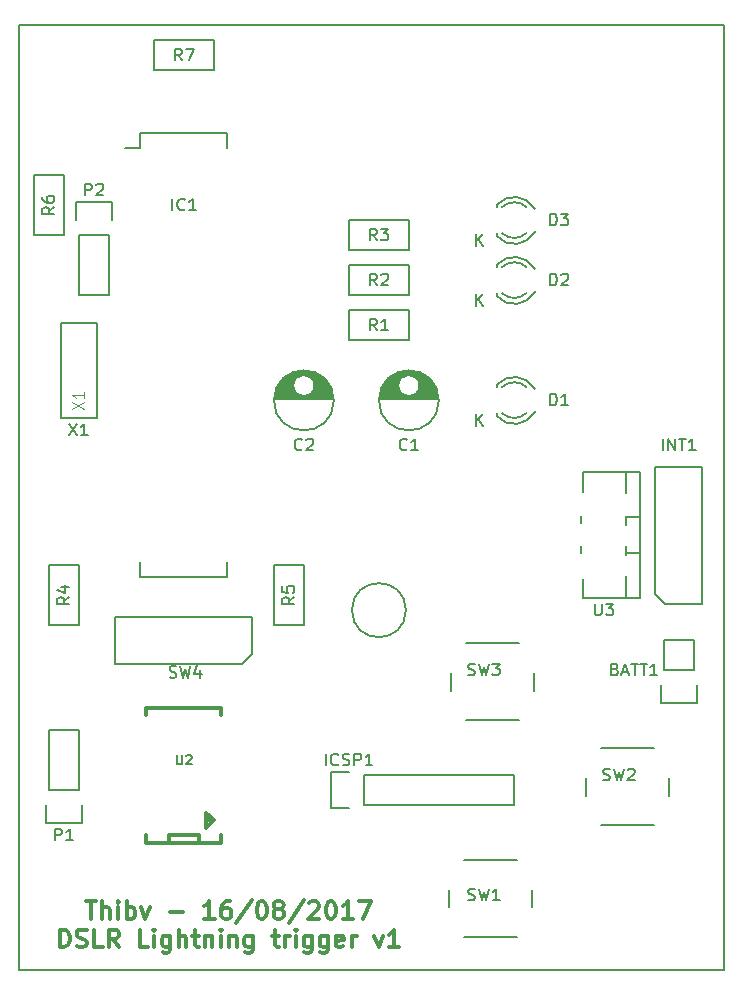
<source format=gbr>
G04 #@! TF.FileFunction,Legend,Top*
%FSLAX46Y46*%
G04 Gerber Fmt 4.6, Leading zero omitted, Abs format (unit mm)*
G04 Created by KiCad (PCBNEW 4.0.2+dfsg1-stable) date mer. 16 août 2017 22:41:30 CEST*
%MOMM*%
G01*
G04 APERTURE LIST*
%ADD10C,0.100000*%
%ADD11C,0.300000*%
%ADD12C,0.200000*%
%ADD13C,0.150000*%
%ADD14C,0.127000*%
%ADD15C,0.350000*%
%ADD16C,0.050000*%
G04 APERTURE END LIST*
D10*
D11*
X186048573Y-136408571D02*
X186905716Y-136408571D01*
X186477145Y-137908571D02*
X186477145Y-136408571D01*
X187405716Y-137908571D02*
X187405716Y-136408571D01*
X188048573Y-137908571D02*
X188048573Y-137122857D01*
X187977144Y-136980000D01*
X187834287Y-136908571D01*
X187620002Y-136908571D01*
X187477144Y-136980000D01*
X187405716Y-137051429D01*
X188762859Y-137908571D02*
X188762859Y-136908571D01*
X188762859Y-136408571D02*
X188691430Y-136480000D01*
X188762859Y-136551429D01*
X188834287Y-136480000D01*
X188762859Y-136408571D01*
X188762859Y-136551429D01*
X189477145Y-137908571D02*
X189477145Y-136408571D01*
X189477145Y-136980000D02*
X189620002Y-136908571D01*
X189905716Y-136908571D01*
X190048573Y-136980000D01*
X190120002Y-137051429D01*
X190191431Y-137194286D01*
X190191431Y-137622857D01*
X190120002Y-137765714D01*
X190048573Y-137837143D01*
X189905716Y-137908571D01*
X189620002Y-137908571D01*
X189477145Y-137837143D01*
X190691431Y-136908571D02*
X191048574Y-137908571D01*
X191405716Y-136908571D01*
X193120002Y-137337143D02*
X194262859Y-137337143D01*
X196905716Y-137908571D02*
X196048573Y-137908571D01*
X196477145Y-137908571D02*
X196477145Y-136408571D01*
X196334288Y-136622857D01*
X196191430Y-136765714D01*
X196048573Y-136837143D01*
X198191430Y-136408571D02*
X197905716Y-136408571D01*
X197762859Y-136480000D01*
X197691430Y-136551429D01*
X197548573Y-136765714D01*
X197477144Y-137051429D01*
X197477144Y-137622857D01*
X197548573Y-137765714D01*
X197620001Y-137837143D01*
X197762859Y-137908571D01*
X198048573Y-137908571D01*
X198191430Y-137837143D01*
X198262859Y-137765714D01*
X198334287Y-137622857D01*
X198334287Y-137265714D01*
X198262859Y-137122857D01*
X198191430Y-137051429D01*
X198048573Y-136980000D01*
X197762859Y-136980000D01*
X197620001Y-137051429D01*
X197548573Y-137122857D01*
X197477144Y-137265714D01*
X200048572Y-136337143D02*
X198762858Y-138265714D01*
X200834287Y-136408571D02*
X200977144Y-136408571D01*
X201120001Y-136480000D01*
X201191430Y-136551429D01*
X201262859Y-136694286D01*
X201334287Y-136980000D01*
X201334287Y-137337143D01*
X201262859Y-137622857D01*
X201191430Y-137765714D01*
X201120001Y-137837143D01*
X200977144Y-137908571D01*
X200834287Y-137908571D01*
X200691430Y-137837143D01*
X200620001Y-137765714D01*
X200548573Y-137622857D01*
X200477144Y-137337143D01*
X200477144Y-136980000D01*
X200548573Y-136694286D01*
X200620001Y-136551429D01*
X200691430Y-136480000D01*
X200834287Y-136408571D01*
X202191430Y-137051429D02*
X202048572Y-136980000D01*
X201977144Y-136908571D01*
X201905715Y-136765714D01*
X201905715Y-136694286D01*
X201977144Y-136551429D01*
X202048572Y-136480000D01*
X202191430Y-136408571D01*
X202477144Y-136408571D01*
X202620001Y-136480000D01*
X202691430Y-136551429D01*
X202762858Y-136694286D01*
X202762858Y-136765714D01*
X202691430Y-136908571D01*
X202620001Y-136980000D01*
X202477144Y-137051429D01*
X202191430Y-137051429D01*
X202048572Y-137122857D01*
X201977144Y-137194286D01*
X201905715Y-137337143D01*
X201905715Y-137622857D01*
X201977144Y-137765714D01*
X202048572Y-137837143D01*
X202191430Y-137908571D01*
X202477144Y-137908571D01*
X202620001Y-137837143D01*
X202691430Y-137765714D01*
X202762858Y-137622857D01*
X202762858Y-137337143D01*
X202691430Y-137194286D01*
X202620001Y-137122857D01*
X202477144Y-137051429D01*
X204477143Y-136337143D02*
X203191429Y-138265714D01*
X204905715Y-136551429D02*
X204977144Y-136480000D01*
X205120001Y-136408571D01*
X205477144Y-136408571D01*
X205620001Y-136480000D01*
X205691430Y-136551429D01*
X205762858Y-136694286D01*
X205762858Y-136837143D01*
X205691430Y-137051429D01*
X204834287Y-137908571D01*
X205762858Y-137908571D01*
X206691429Y-136408571D02*
X206834286Y-136408571D01*
X206977143Y-136480000D01*
X207048572Y-136551429D01*
X207120001Y-136694286D01*
X207191429Y-136980000D01*
X207191429Y-137337143D01*
X207120001Y-137622857D01*
X207048572Y-137765714D01*
X206977143Y-137837143D01*
X206834286Y-137908571D01*
X206691429Y-137908571D01*
X206548572Y-137837143D01*
X206477143Y-137765714D01*
X206405715Y-137622857D01*
X206334286Y-137337143D01*
X206334286Y-136980000D01*
X206405715Y-136694286D01*
X206477143Y-136551429D01*
X206548572Y-136480000D01*
X206691429Y-136408571D01*
X208620000Y-137908571D02*
X207762857Y-137908571D01*
X208191429Y-137908571D02*
X208191429Y-136408571D01*
X208048572Y-136622857D01*
X207905714Y-136765714D01*
X207762857Y-136837143D01*
X209120000Y-136408571D02*
X210120000Y-136408571D01*
X209477143Y-137908571D01*
X183798572Y-140308571D02*
X183798572Y-138808571D01*
X184155715Y-138808571D01*
X184370000Y-138880000D01*
X184512858Y-139022857D01*
X184584286Y-139165714D01*
X184655715Y-139451429D01*
X184655715Y-139665714D01*
X184584286Y-139951429D01*
X184512858Y-140094286D01*
X184370000Y-140237143D01*
X184155715Y-140308571D01*
X183798572Y-140308571D01*
X185227143Y-140237143D02*
X185441429Y-140308571D01*
X185798572Y-140308571D01*
X185941429Y-140237143D01*
X186012858Y-140165714D01*
X186084286Y-140022857D01*
X186084286Y-139880000D01*
X186012858Y-139737143D01*
X185941429Y-139665714D01*
X185798572Y-139594286D01*
X185512858Y-139522857D01*
X185370000Y-139451429D01*
X185298572Y-139380000D01*
X185227143Y-139237143D01*
X185227143Y-139094286D01*
X185298572Y-138951429D01*
X185370000Y-138880000D01*
X185512858Y-138808571D01*
X185870000Y-138808571D01*
X186084286Y-138880000D01*
X187441429Y-140308571D02*
X186727143Y-140308571D01*
X186727143Y-138808571D01*
X188798572Y-140308571D02*
X188298572Y-139594286D01*
X187941429Y-140308571D02*
X187941429Y-138808571D01*
X188512857Y-138808571D01*
X188655715Y-138880000D01*
X188727143Y-138951429D01*
X188798572Y-139094286D01*
X188798572Y-139308571D01*
X188727143Y-139451429D01*
X188655715Y-139522857D01*
X188512857Y-139594286D01*
X187941429Y-139594286D01*
X191298572Y-140308571D02*
X190584286Y-140308571D01*
X190584286Y-138808571D01*
X191798572Y-140308571D02*
X191798572Y-139308571D01*
X191798572Y-138808571D02*
X191727143Y-138880000D01*
X191798572Y-138951429D01*
X191870000Y-138880000D01*
X191798572Y-138808571D01*
X191798572Y-138951429D01*
X193155715Y-139308571D02*
X193155715Y-140522857D01*
X193084286Y-140665714D01*
X193012858Y-140737143D01*
X192870001Y-140808571D01*
X192655715Y-140808571D01*
X192512858Y-140737143D01*
X193155715Y-140237143D02*
X193012858Y-140308571D01*
X192727144Y-140308571D01*
X192584286Y-140237143D01*
X192512858Y-140165714D01*
X192441429Y-140022857D01*
X192441429Y-139594286D01*
X192512858Y-139451429D01*
X192584286Y-139380000D01*
X192727144Y-139308571D01*
X193012858Y-139308571D01*
X193155715Y-139380000D01*
X193870001Y-140308571D02*
X193870001Y-138808571D01*
X194512858Y-140308571D02*
X194512858Y-139522857D01*
X194441429Y-139380000D01*
X194298572Y-139308571D01*
X194084287Y-139308571D01*
X193941429Y-139380000D01*
X193870001Y-139451429D01*
X195012858Y-139308571D02*
X195584287Y-139308571D01*
X195227144Y-138808571D02*
X195227144Y-140094286D01*
X195298572Y-140237143D01*
X195441430Y-140308571D01*
X195584287Y-140308571D01*
X196084287Y-139308571D02*
X196084287Y-140308571D01*
X196084287Y-139451429D02*
X196155715Y-139380000D01*
X196298573Y-139308571D01*
X196512858Y-139308571D01*
X196655715Y-139380000D01*
X196727144Y-139522857D01*
X196727144Y-140308571D01*
X197441430Y-140308571D02*
X197441430Y-139308571D01*
X197441430Y-138808571D02*
X197370001Y-138880000D01*
X197441430Y-138951429D01*
X197512858Y-138880000D01*
X197441430Y-138808571D01*
X197441430Y-138951429D01*
X198155716Y-139308571D02*
X198155716Y-140308571D01*
X198155716Y-139451429D02*
X198227144Y-139380000D01*
X198370002Y-139308571D01*
X198584287Y-139308571D01*
X198727144Y-139380000D01*
X198798573Y-139522857D01*
X198798573Y-140308571D01*
X200155716Y-139308571D02*
X200155716Y-140522857D01*
X200084287Y-140665714D01*
X200012859Y-140737143D01*
X199870002Y-140808571D01*
X199655716Y-140808571D01*
X199512859Y-140737143D01*
X200155716Y-140237143D02*
X200012859Y-140308571D01*
X199727145Y-140308571D01*
X199584287Y-140237143D01*
X199512859Y-140165714D01*
X199441430Y-140022857D01*
X199441430Y-139594286D01*
X199512859Y-139451429D01*
X199584287Y-139380000D01*
X199727145Y-139308571D01*
X200012859Y-139308571D01*
X200155716Y-139380000D01*
X201798573Y-139308571D02*
X202370002Y-139308571D01*
X202012859Y-138808571D02*
X202012859Y-140094286D01*
X202084287Y-140237143D01*
X202227145Y-140308571D01*
X202370002Y-140308571D01*
X202870002Y-140308571D02*
X202870002Y-139308571D01*
X202870002Y-139594286D02*
X202941430Y-139451429D01*
X203012859Y-139380000D01*
X203155716Y-139308571D01*
X203298573Y-139308571D01*
X203798573Y-140308571D02*
X203798573Y-139308571D01*
X203798573Y-138808571D02*
X203727144Y-138880000D01*
X203798573Y-138951429D01*
X203870001Y-138880000D01*
X203798573Y-138808571D01*
X203798573Y-138951429D01*
X205155716Y-139308571D02*
X205155716Y-140522857D01*
X205084287Y-140665714D01*
X205012859Y-140737143D01*
X204870002Y-140808571D01*
X204655716Y-140808571D01*
X204512859Y-140737143D01*
X205155716Y-140237143D02*
X205012859Y-140308571D01*
X204727145Y-140308571D01*
X204584287Y-140237143D01*
X204512859Y-140165714D01*
X204441430Y-140022857D01*
X204441430Y-139594286D01*
X204512859Y-139451429D01*
X204584287Y-139380000D01*
X204727145Y-139308571D01*
X205012859Y-139308571D01*
X205155716Y-139380000D01*
X206512859Y-139308571D02*
X206512859Y-140522857D01*
X206441430Y-140665714D01*
X206370002Y-140737143D01*
X206227145Y-140808571D01*
X206012859Y-140808571D01*
X205870002Y-140737143D01*
X206512859Y-140237143D02*
X206370002Y-140308571D01*
X206084288Y-140308571D01*
X205941430Y-140237143D01*
X205870002Y-140165714D01*
X205798573Y-140022857D01*
X205798573Y-139594286D01*
X205870002Y-139451429D01*
X205941430Y-139380000D01*
X206084288Y-139308571D01*
X206370002Y-139308571D01*
X206512859Y-139380000D01*
X207798573Y-140237143D02*
X207655716Y-140308571D01*
X207370002Y-140308571D01*
X207227145Y-140237143D01*
X207155716Y-140094286D01*
X207155716Y-139522857D01*
X207227145Y-139380000D01*
X207370002Y-139308571D01*
X207655716Y-139308571D01*
X207798573Y-139380000D01*
X207870002Y-139522857D01*
X207870002Y-139665714D01*
X207155716Y-139808571D01*
X208512859Y-140308571D02*
X208512859Y-139308571D01*
X208512859Y-139594286D02*
X208584287Y-139451429D01*
X208655716Y-139380000D01*
X208798573Y-139308571D01*
X208941430Y-139308571D01*
X210441430Y-139308571D02*
X210798573Y-140308571D01*
X211155715Y-139308571D01*
X212512858Y-140308571D02*
X211655715Y-140308571D01*
X212084287Y-140308571D02*
X212084287Y-138808571D01*
X211941430Y-139022857D01*
X211798572Y-139165714D01*
X211655715Y-139237143D01*
D12*
X240030000Y-62230000D02*
X240030000Y-142240000D01*
X180340000Y-62230000D02*
X240030000Y-62230000D01*
X180340000Y-142240000D02*
X180340000Y-62230000D01*
X180340000Y-142240000D02*
X240030000Y-142240000D01*
D13*
X237770000Y-119660000D02*
X237770000Y-118110000D01*
X237490000Y-114300000D02*
X237490000Y-116840000D01*
X237490000Y-116840000D02*
X234950000Y-116840000D01*
X234670000Y-118110000D02*
X234670000Y-119660000D01*
X234670000Y-119660000D02*
X237770000Y-119660000D01*
X234950000Y-116840000D02*
X234950000Y-114300000D01*
X234950000Y-114300000D02*
X237490000Y-114300000D01*
X210861000Y-93925000D02*
X215859000Y-93925000D01*
X210869000Y-93785000D02*
X215851000Y-93785000D01*
X210885000Y-93645000D02*
X213265000Y-93645000D01*
X213455000Y-93645000D02*
X215835000Y-93645000D01*
X210909000Y-93505000D02*
X212870000Y-93505000D01*
X213850000Y-93505000D02*
X215811000Y-93505000D01*
X210942000Y-93365000D02*
X212703000Y-93365000D01*
X214017000Y-93365000D02*
X215778000Y-93365000D01*
X210983000Y-93225000D02*
X212596000Y-93225000D01*
X214124000Y-93225000D02*
X215737000Y-93225000D01*
X211033000Y-93085000D02*
X212525000Y-93085000D01*
X214195000Y-93085000D02*
X215687000Y-93085000D01*
X211094000Y-92945000D02*
X212481000Y-92945000D01*
X214239000Y-92945000D02*
X215626000Y-92945000D01*
X211164000Y-92805000D02*
X212462000Y-92805000D01*
X214258000Y-92805000D02*
X215556000Y-92805000D01*
X211246000Y-92665000D02*
X212464000Y-92665000D01*
X214256000Y-92665000D02*
X215474000Y-92665000D01*
X211341000Y-92525000D02*
X212489000Y-92525000D01*
X214231000Y-92525000D02*
X215379000Y-92525000D01*
X211452000Y-92385000D02*
X212537000Y-92385000D01*
X214183000Y-92385000D02*
X215268000Y-92385000D01*
X211580000Y-92245000D02*
X212615000Y-92245000D01*
X214105000Y-92245000D02*
X215140000Y-92245000D01*
X211729000Y-92105000D02*
X212732000Y-92105000D01*
X213988000Y-92105000D02*
X214991000Y-92105000D01*
X211908000Y-91965000D02*
X212920000Y-91965000D01*
X213800000Y-91965000D02*
X214812000Y-91965000D01*
X212127000Y-91825000D02*
X214593000Y-91825000D01*
X212416000Y-91685000D02*
X214304000Y-91685000D01*
X212888000Y-91545000D02*
X213832000Y-91545000D01*
X214260000Y-92750000D02*
G75*
G03X214260000Y-92750000I-900000J0D01*
G01*
X215897500Y-94000000D02*
G75*
G03X215897500Y-94000000I-2537500J0D01*
G01*
X201971000Y-93925000D02*
X206969000Y-93925000D01*
X201979000Y-93785000D02*
X206961000Y-93785000D01*
X201995000Y-93645000D02*
X204375000Y-93645000D01*
X204565000Y-93645000D02*
X206945000Y-93645000D01*
X202019000Y-93505000D02*
X203980000Y-93505000D01*
X204960000Y-93505000D02*
X206921000Y-93505000D01*
X202052000Y-93365000D02*
X203813000Y-93365000D01*
X205127000Y-93365000D02*
X206888000Y-93365000D01*
X202093000Y-93225000D02*
X203706000Y-93225000D01*
X205234000Y-93225000D02*
X206847000Y-93225000D01*
X202143000Y-93085000D02*
X203635000Y-93085000D01*
X205305000Y-93085000D02*
X206797000Y-93085000D01*
X202204000Y-92945000D02*
X203591000Y-92945000D01*
X205349000Y-92945000D02*
X206736000Y-92945000D01*
X202274000Y-92805000D02*
X203572000Y-92805000D01*
X205368000Y-92805000D02*
X206666000Y-92805000D01*
X202356000Y-92665000D02*
X203574000Y-92665000D01*
X205366000Y-92665000D02*
X206584000Y-92665000D01*
X202451000Y-92525000D02*
X203599000Y-92525000D01*
X205341000Y-92525000D02*
X206489000Y-92525000D01*
X202562000Y-92385000D02*
X203647000Y-92385000D01*
X205293000Y-92385000D02*
X206378000Y-92385000D01*
X202690000Y-92245000D02*
X203725000Y-92245000D01*
X205215000Y-92245000D02*
X206250000Y-92245000D01*
X202839000Y-92105000D02*
X203842000Y-92105000D01*
X205098000Y-92105000D02*
X206101000Y-92105000D01*
X203018000Y-91965000D02*
X204030000Y-91965000D01*
X204910000Y-91965000D02*
X205922000Y-91965000D01*
X203237000Y-91825000D02*
X205703000Y-91825000D01*
X203526000Y-91685000D02*
X205414000Y-91685000D01*
X203998000Y-91545000D02*
X204942000Y-91545000D01*
X205370000Y-92750000D02*
G75*
G03X205370000Y-92750000I-900000J0D01*
G01*
X207007500Y-94000000D02*
G75*
G03X207007500Y-94000000I-2537500J0D01*
G01*
X220781000Y-95294000D02*
X220781000Y-95094000D01*
X220781000Y-92700000D02*
X220781000Y-92880000D01*
X224008744Y-93010357D02*
G75*
G03X220781000Y-92694000I-1727744J-1003643D01*
G01*
X223333006Y-92880932D02*
G75*
G03X221230000Y-92880000I-1052006J-1133068D01*
G01*
X220793780Y-95320726D02*
G75*
G03X224031000Y-94974000I1497220J1306726D01*
G01*
X221267111Y-95093253D02*
G75*
G03X223315000Y-95074000I1013889J1079253D01*
G01*
X220781000Y-85134000D02*
X220781000Y-84934000D01*
X220781000Y-82540000D02*
X220781000Y-82720000D01*
X224008744Y-82850357D02*
G75*
G03X220781000Y-82534000I-1727744J-1003643D01*
G01*
X223333006Y-82720932D02*
G75*
G03X221230000Y-82720000I-1052006J-1133068D01*
G01*
X220793780Y-85160726D02*
G75*
G03X224031000Y-84814000I1497220J1306726D01*
G01*
X221267111Y-84933253D02*
G75*
G03X223315000Y-84914000I1013889J1079253D01*
G01*
X220781000Y-80054000D02*
X220781000Y-79854000D01*
X220781000Y-77460000D02*
X220781000Y-77640000D01*
X224008744Y-77770357D02*
G75*
G03X220781000Y-77454000I-1727744J-1003643D01*
G01*
X223333006Y-77640932D02*
G75*
G03X221230000Y-77640000I-1052006J-1133068D01*
G01*
X220793780Y-80080726D02*
G75*
G03X224031000Y-79734000I1497220J1306726D01*
G01*
X221267111Y-79853253D02*
G75*
G03X223315000Y-79834000I1013889J1079253D01*
G01*
X209550000Y-128270000D02*
X222250000Y-128270000D01*
X222250000Y-128270000D02*
X222250000Y-125730000D01*
X222250000Y-125730000D02*
X209550000Y-125730000D01*
X206730000Y-128550000D02*
X208280000Y-128550000D01*
X209550000Y-128270000D02*
X209550000Y-125730000D01*
X208280000Y-125450000D02*
X206730000Y-125450000D01*
X206730000Y-125450000D02*
X206730000Y-128550000D01*
D14*
X238220000Y-111210000D02*
X238220000Y-99610000D01*
X238220000Y-99610000D02*
X234220000Y-99610000D01*
X234220000Y-99610000D02*
X234220000Y-110364270D01*
X234220000Y-110364270D02*
X235065730Y-111210000D01*
X235065730Y-111210000D02*
X238220000Y-111210000D01*
D13*
X182600000Y-128270000D02*
X182600000Y-129820000D01*
X182600000Y-129820000D02*
X185700000Y-129820000D01*
X185700000Y-129820000D02*
X185700000Y-128270000D01*
X182880000Y-127000000D02*
X182880000Y-121920000D01*
X182880000Y-121920000D02*
X185420000Y-121920000D01*
X185420000Y-121920000D02*
X185420000Y-127000000D01*
X185420000Y-127000000D02*
X182880000Y-127000000D01*
X208280000Y-86360000D02*
X213360000Y-86360000D01*
X213360000Y-86360000D02*
X213360000Y-88900000D01*
X213360000Y-88900000D02*
X208280000Y-88900000D01*
X208280000Y-88900000D02*
X208280000Y-86360000D01*
X208280000Y-82550000D02*
X213360000Y-82550000D01*
X213360000Y-82550000D02*
X213360000Y-85090000D01*
X213360000Y-85090000D02*
X208280000Y-85090000D01*
X208280000Y-85090000D02*
X208280000Y-82550000D01*
X208280000Y-78740000D02*
X213360000Y-78740000D01*
X213360000Y-78740000D02*
X213360000Y-81280000D01*
X213360000Y-81280000D02*
X208280000Y-81280000D01*
X208280000Y-81280000D02*
X208280000Y-78740000D01*
X182880000Y-113030000D02*
X182880000Y-107950000D01*
X182880000Y-107950000D02*
X185420000Y-107950000D01*
X185420000Y-107950000D02*
X185420000Y-113030000D01*
X185420000Y-113030000D02*
X182880000Y-113030000D01*
X201930000Y-113030000D02*
X201930000Y-107950000D01*
X201930000Y-107950000D02*
X204470000Y-107950000D01*
X204470000Y-107950000D02*
X204470000Y-113030000D01*
X204470000Y-113030000D02*
X201930000Y-113030000D01*
X181610000Y-80010000D02*
X181610000Y-74930000D01*
X181610000Y-74930000D02*
X184150000Y-74930000D01*
X184150000Y-74930000D02*
X184150000Y-80010000D01*
X184150000Y-80010000D02*
X181610000Y-80010000D01*
X196850000Y-66040000D02*
X191770000Y-66040000D01*
X191770000Y-66040000D02*
X191770000Y-63500000D01*
X191770000Y-63500000D02*
X196850000Y-63500000D01*
X196850000Y-63500000D02*
X196850000Y-66040000D01*
X222520000Y-132930000D02*
X218020000Y-132930000D01*
X223770000Y-136930000D02*
X223770000Y-135430000D01*
X218020000Y-139430000D02*
X222520000Y-139430000D01*
X216770000Y-135430000D02*
X216770000Y-136930000D01*
X229600000Y-129960000D02*
X234100000Y-129960000D01*
X228350000Y-125960000D02*
X228350000Y-127460000D01*
X234100000Y-123460000D02*
X229600000Y-123460000D01*
X235350000Y-127460000D02*
X235350000Y-125960000D01*
X218170000Y-121070000D02*
X222670000Y-121070000D01*
X216920000Y-117070000D02*
X216920000Y-118570000D01*
X222670000Y-114570000D02*
X218170000Y-114570000D01*
X223920000Y-118570000D02*
X223920000Y-117070000D01*
D14*
X200110000Y-112300000D02*
X188510000Y-112300000D01*
X188510000Y-112300000D02*
X188510000Y-116300000D01*
X188510000Y-116300000D02*
X199264270Y-116300000D01*
X199264270Y-116300000D02*
X200110000Y-115454270D01*
X200110000Y-115454270D02*
X200110000Y-112300000D01*
D15*
X197485000Y-120650000D02*
X197485000Y-120015000D01*
X197485000Y-120015000D02*
X191135000Y-120015000D01*
X191135000Y-120015000D02*
X191135000Y-120650000D01*
X193040000Y-131445000D02*
X193040000Y-130810000D01*
X193040000Y-130810000D02*
X195580000Y-130810000D01*
X195580000Y-130810000D02*
X195580000Y-131445000D01*
X197485000Y-130810000D02*
X197485000Y-131445000D01*
X197485000Y-131445000D02*
X191135000Y-131445000D01*
X191135000Y-131445000D02*
X191135000Y-130810000D01*
X196850000Y-129540000D02*
X196215000Y-130175000D01*
X196215000Y-130175000D02*
X196215000Y-128905000D01*
X196215000Y-128905000D02*
X196850000Y-129540000D01*
X196850000Y-129540000D02*
X196215000Y-129540000D01*
D14*
X183920000Y-95480000D02*
X183920000Y-87480000D01*
X183920000Y-87480000D02*
X186920000Y-87480000D01*
X186920000Y-87480000D02*
X186920000Y-95480000D01*
X186920000Y-95480000D02*
X183920000Y-95480000D01*
D13*
X190635000Y-71365000D02*
X190635000Y-72635000D01*
X197985000Y-71365000D02*
X197985000Y-72635000D01*
X197985000Y-108975000D02*
X197985000Y-107705000D01*
X190635000Y-108975000D02*
X190635000Y-107705000D01*
X190635000Y-71365000D02*
X197985000Y-71365000D01*
X190635000Y-108975000D02*
X197985000Y-108975000D01*
X190635000Y-72635000D02*
X189350000Y-72635000D01*
X231775000Y-110744000D02*
X231775000Y-108839000D01*
X231775000Y-106299000D02*
X231775000Y-107061000D01*
X231775000Y-103886000D02*
X231775000Y-103759000D01*
X231775000Y-103886000D02*
X231775000Y-104521000D01*
X231775000Y-100076000D02*
X231775000Y-101854000D01*
X228092000Y-100076000D02*
X228092000Y-101727000D01*
X227965000Y-104394000D02*
X227965000Y-103759000D01*
X227965000Y-106934000D02*
X227965000Y-106299000D01*
X228092000Y-110744000D02*
X228092000Y-109093000D01*
X232918000Y-103886000D02*
X231775000Y-103886000D01*
X232918000Y-106934000D02*
X231775000Y-106934000D01*
X231775000Y-110744000D02*
X228092000Y-110744000D01*
X228092000Y-100076000D02*
X231775000Y-100076000D01*
X232918000Y-110744000D02*
X231775000Y-110744000D01*
X231775000Y-100076000D02*
X232918000Y-100076000D01*
X232918000Y-105410000D02*
X232918000Y-100076000D01*
X232918000Y-105410000D02*
X232918000Y-110744000D01*
X188240000Y-78740000D02*
X188240000Y-77190000D01*
X188240000Y-77190000D02*
X185140000Y-77190000D01*
X185140000Y-77190000D02*
X185140000Y-78740000D01*
X187960000Y-80010000D02*
X187960000Y-85090000D01*
X187960000Y-85090000D02*
X185420000Y-85090000D01*
X185420000Y-85090000D02*
X185420000Y-80010000D01*
X185420000Y-80010000D02*
X187960000Y-80010000D01*
X213106000Y-111760000D02*
G75*
G03X213106000Y-111760000I-2286000J0D01*
G01*
X230814762Y-116768571D02*
X230957619Y-116816190D01*
X231005238Y-116863810D01*
X231052857Y-116959048D01*
X231052857Y-117101905D01*
X231005238Y-117197143D01*
X230957619Y-117244762D01*
X230862381Y-117292381D01*
X230481428Y-117292381D01*
X230481428Y-116292381D01*
X230814762Y-116292381D01*
X230910000Y-116340000D01*
X230957619Y-116387619D01*
X231005238Y-116482857D01*
X231005238Y-116578095D01*
X230957619Y-116673333D01*
X230910000Y-116720952D01*
X230814762Y-116768571D01*
X230481428Y-116768571D01*
X231433809Y-117006667D02*
X231910000Y-117006667D01*
X231338571Y-117292381D02*
X231671904Y-116292381D01*
X232005238Y-117292381D01*
X232195714Y-116292381D02*
X232767143Y-116292381D01*
X232481428Y-117292381D02*
X232481428Y-116292381D01*
X232957619Y-116292381D02*
X233529048Y-116292381D01*
X233243333Y-117292381D02*
X233243333Y-116292381D01*
X234386191Y-117292381D02*
X233814762Y-117292381D01*
X234100476Y-117292381D02*
X234100476Y-116292381D01*
X234005238Y-116435238D01*
X233910000Y-116530476D01*
X233814762Y-116578095D01*
X213193334Y-98147143D02*
X213145715Y-98194762D01*
X213002858Y-98242381D01*
X212907620Y-98242381D01*
X212764762Y-98194762D01*
X212669524Y-98099524D01*
X212621905Y-98004286D01*
X212574286Y-97813810D01*
X212574286Y-97670952D01*
X212621905Y-97480476D01*
X212669524Y-97385238D01*
X212764762Y-97290000D01*
X212907620Y-97242381D01*
X213002858Y-97242381D01*
X213145715Y-97290000D01*
X213193334Y-97337619D01*
X214145715Y-98242381D02*
X213574286Y-98242381D01*
X213860000Y-98242381D02*
X213860000Y-97242381D01*
X213764762Y-97385238D01*
X213669524Y-97480476D01*
X213574286Y-97528095D01*
X204303334Y-98147143D02*
X204255715Y-98194762D01*
X204112858Y-98242381D01*
X204017620Y-98242381D01*
X203874762Y-98194762D01*
X203779524Y-98099524D01*
X203731905Y-98004286D01*
X203684286Y-97813810D01*
X203684286Y-97670952D01*
X203731905Y-97480476D01*
X203779524Y-97385238D01*
X203874762Y-97290000D01*
X204017620Y-97242381D01*
X204112858Y-97242381D01*
X204255715Y-97290000D01*
X204303334Y-97337619D01*
X204684286Y-97337619D02*
X204731905Y-97290000D01*
X204827143Y-97242381D01*
X205065239Y-97242381D01*
X205160477Y-97290000D01*
X205208096Y-97337619D01*
X205255715Y-97432857D01*
X205255715Y-97528095D01*
X205208096Y-97670952D01*
X204636667Y-98242381D01*
X205255715Y-98242381D01*
X225321905Y-94432381D02*
X225321905Y-93432381D01*
X225560000Y-93432381D01*
X225702858Y-93480000D01*
X225798096Y-93575238D01*
X225845715Y-93670476D01*
X225893334Y-93860952D01*
X225893334Y-94003810D01*
X225845715Y-94194286D01*
X225798096Y-94289524D01*
X225702858Y-94384762D01*
X225560000Y-94432381D01*
X225321905Y-94432381D01*
X226845715Y-94432381D02*
X226274286Y-94432381D01*
X226560000Y-94432381D02*
X226560000Y-93432381D01*
X226464762Y-93575238D01*
X226369524Y-93670476D01*
X226274286Y-93718095D01*
X219028095Y-96172381D02*
X219028095Y-95172381D01*
X219599524Y-96172381D02*
X219170952Y-95600952D01*
X219599524Y-95172381D02*
X219028095Y-95743810D01*
X225321905Y-84272381D02*
X225321905Y-83272381D01*
X225560000Y-83272381D01*
X225702858Y-83320000D01*
X225798096Y-83415238D01*
X225845715Y-83510476D01*
X225893334Y-83700952D01*
X225893334Y-83843810D01*
X225845715Y-84034286D01*
X225798096Y-84129524D01*
X225702858Y-84224762D01*
X225560000Y-84272381D01*
X225321905Y-84272381D01*
X226274286Y-83367619D02*
X226321905Y-83320000D01*
X226417143Y-83272381D01*
X226655239Y-83272381D01*
X226750477Y-83320000D01*
X226798096Y-83367619D01*
X226845715Y-83462857D01*
X226845715Y-83558095D01*
X226798096Y-83700952D01*
X226226667Y-84272381D01*
X226845715Y-84272381D01*
X219028095Y-86012381D02*
X219028095Y-85012381D01*
X219599524Y-86012381D02*
X219170952Y-85440952D01*
X219599524Y-85012381D02*
X219028095Y-85583810D01*
X225321905Y-79192381D02*
X225321905Y-78192381D01*
X225560000Y-78192381D01*
X225702858Y-78240000D01*
X225798096Y-78335238D01*
X225845715Y-78430476D01*
X225893334Y-78620952D01*
X225893334Y-78763810D01*
X225845715Y-78954286D01*
X225798096Y-79049524D01*
X225702858Y-79144762D01*
X225560000Y-79192381D01*
X225321905Y-79192381D01*
X226226667Y-78192381D02*
X226845715Y-78192381D01*
X226512381Y-78573333D01*
X226655239Y-78573333D01*
X226750477Y-78620952D01*
X226798096Y-78668571D01*
X226845715Y-78763810D01*
X226845715Y-79001905D01*
X226798096Y-79097143D01*
X226750477Y-79144762D01*
X226655239Y-79192381D01*
X226369524Y-79192381D01*
X226274286Y-79144762D01*
X226226667Y-79097143D01*
X219028095Y-80932381D02*
X219028095Y-79932381D01*
X219599524Y-80932381D02*
X219170952Y-80360952D01*
X219599524Y-79932381D02*
X219028095Y-80503810D01*
X206327619Y-124912381D02*
X206327619Y-123912381D01*
X207375238Y-124817143D02*
X207327619Y-124864762D01*
X207184762Y-124912381D01*
X207089524Y-124912381D01*
X206946666Y-124864762D01*
X206851428Y-124769524D01*
X206803809Y-124674286D01*
X206756190Y-124483810D01*
X206756190Y-124340952D01*
X206803809Y-124150476D01*
X206851428Y-124055238D01*
X206946666Y-123960000D01*
X207089524Y-123912381D01*
X207184762Y-123912381D01*
X207327619Y-123960000D01*
X207375238Y-124007619D01*
X207756190Y-124864762D02*
X207899047Y-124912381D01*
X208137143Y-124912381D01*
X208232381Y-124864762D01*
X208280000Y-124817143D01*
X208327619Y-124721905D01*
X208327619Y-124626667D01*
X208280000Y-124531429D01*
X208232381Y-124483810D01*
X208137143Y-124436190D01*
X207946666Y-124388571D01*
X207851428Y-124340952D01*
X207803809Y-124293333D01*
X207756190Y-124198095D01*
X207756190Y-124102857D01*
X207803809Y-124007619D01*
X207851428Y-123960000D01*
X207946666Y-123912381D01*
X208184762Y-123912381D01*
X208327619Y-123960000D01*
X208756190Y-124912381D02*
X208756190Y-123912381D01*
X209137143Y-123912381D01*
X209232381Y-123960000D01*
X209280000Y-124007619D01*
X209327619Y-124102857D01*
X209327619Y-124245714D01*
X209280000Y-124340952D01*
X209232381Y-124388571D01*
X209137143Y-124436190D01*
X208756190Y-124436190D01*
X210280000Y-124912381D02*
X209708571Y-124912381D01*
X209994285Y-124912381D02*
X209994285Y-123912381D01*
X209899047Y-124055238D01*
X209803809Y-124150476D01*
X209708571Y-124198095D01*
X234839048Y-98242381D02*
X234839048Y-97242381D01*
X235315238Y-98242381D02*
X235315238Y-97242381D01*
X235886667Y-98242381D01*
X235886667Y-97242381D01*
X236220000Y-97242381D02*
X236791429Y-97242381D01*
X236505714Y-98242381D02*
X236505714Y-97242381D01*
X237648572Y-98242381D02*
X237077143Y-98242381D01*
X237362857Y-98242381D02*
X237362857Y-97242381D01*
X237267619Y-97385238D01*
X237172381Y-97480476D01*
X237077143Y-97528095D01*
X183411905Y-131262381D02*
X183411905Y-130262381D01*
X183792858Y-130262381D01*
X183888096Y-130310000D01*
X183935715Y-130357619D01*
X183983334Y-130452857D01*
X183983334Y-130595714D01*
X183935715Y-130690952D01*
X183888096Y-130738571D01*
X183792858Y-130786190D01*
X183411905Y-130786190D01*
X184935715Y-131262381D02*
X184364286Y-131262381D01*
X184650000Y-131262381D02*
X184650000Y-130262381D01*
X184554762Y-130405238D01*
X184459524Y-130500476D01*
X184364286Y-130548095D01*
X210653334Y-88082381D02*
X210320000Y-87606190D01*
X210081905Y-88082381D02*
X210081905Y-87082381D01*
X210462858Y-87082381D01*
X210558096Y-87130000D01*
X210605715Y-87177619D01*
X210653334Y-87272857D01*
X210653334Y-87415714D01*
X210605715Y-87510952D01*
X210558096Y-87558571D01*
X210462858Y-87606190D01*
X210081905Y-87606190D01*
X211605715Y-88082381D02*
X211034286Y-88082381D01*
X211320000Y-88082381D02*
X211320000Y-87082381D01*
X211224762Y-87225238D01*
X211129524Y-87320476D01*
X211034286Y-87368095D01*
X210653334Y-84272381D02*
X210320000Y-83796190D01*
X210081905Y-84272381D02*
X210081905Y-83272381D01*
X210462858Y-83272381D01*
X210558096Y-83320000D01*
X210605715Y-83367619D01*
X210653334Y-83462857D01*
X210653334Y-83605714D01*
X210605715Y-83700952D01*
X210558096Y-83748571D01*
X210462858Y-83796190D01*
X210081905Y-83796190D01*
X211034286Y-83367619D02*
X211081905Y-83320000D01*
X211177143Y-83272381D01*
X211415239Y-83272381D01*
X211510477Y-83320000D01*
X211558096Y-83367619D01*
X211605715Y-83462857D01*
X211605715Y-83558095D01*
X211558096Y-83700952D01*
X210986667Y-84272381D01*
X211605715Y-84272381D01*
X210653334Y-80462381D02*
X210320000Y-79986190D01*
X210081905Y-80462381D02*
X210081905Y-79462381D01*
X210462858Y-79462381D01*
X210558096Y-79510000D01*
X210605715Y-79557619D01*
X210653334Y-79652857D01*
X210653334Y-79795714D01*
X210605715Y-79890952D01*
X210558096Y-79938571D01*
X210462858Y-79986190D01*
X210081905Y-79986190D01*
X210986667Y-79462381D02*
X211605715Y-79462381D01*
X211272381Y-79843333D01*
X211415239Y-79843333D01*
X211510477Y-79890952D01*
X211558096Y-79938571D01*
X211605715Y-80033810D01*
X211605715Y-80271905D01*
X211558096Y-80367143D01*
X211510477Y-80414762D01*
X211415239Y-80462381D01*
X211129524Y-80462381D01*
X211034286Y-80414762D01*
X210986667Y-80367143D01*
X184602381Y-110656666D02*
X184126190Y-110990000D01*
X184602381Y-111228095D02*
X183602381Y-111228095D01*
X183602381Y-110847142D01*
X183650000Y-110751904D01*
X183697619Y-110704285D01*
X183792857Y-110656666D01*
X183935714Y-110656666D01*
X184030952Y-110704285D01*
X184078571Y-110751904D01*
X184126190Y-110847142D01*
X184126190Y-111228095D01*
X183935714Y-109799523D02*
X184602381Y-109799523D01*
X183554762Y-110037619D02*
X184269048Y-110275714D01*
X184269048Y-109656666D01*
X203652381Y-110656666D02*
X203176190Y-110990000D01*
X203652381Y-111228095D02*
X202652381Y-111228095D01*
X202652381Y-110847142D01*
X202700000Y-110751904D01*
X202747619Y-110704285D01*
X202842857Y-110656666D01*
X202985714Y-110656666D01*
X203080952Y-110704285D01*
X203128571Y-110751904D01*
X203176190Y-110847142D01*
X203176190Y-111228095D01*
X202652381Y-109751904D02*
X202652381Y-110228095D01*
X203128571Y-110275714D01*
X203080952Y-110228095D01*
X203033333Y-110132857D01*
X203033333Y-109894761D01*
X203080952Y-109799523D01*
X203128571Y-109751904D01*
X203223810Y-109704285D01*
X203461905Y-109704285D01*
X203557143Y-109751904D01*
X203604762Y-109799523D01*
X203652381Y-109894761D01*
X203652381Y-110132857D01*
X203604762Y-110228095D01*
X203557143Y-110275714D01*
X183332381Y-77636666D02*
X182856190Y-77970000D01*
X183332381Y-78208095D02*
X182332381Y-78208095D01*
X182332381Y-77827142D01*
X182380000Y-77731904D01*
X182427619Y-77684285D01*
X182522857Y-77636666D01*
X182665714Y-77636666D01*
X182760952Y-77684285D01*
X182808571Y-77731904D01*
X182856190Y-77827142D01*
X182856190Y-78208095D01*
X182332381Y-76779523D02*
X182332381Y-76970000D01*
X182380000Y-77065238D01*
X182427619Y-77112857D01*
X182570476Y-77208095D01*
X182760952Y-77255714D01*
X183141905Y-77255714D01*
X183237143Y-77208095D01*
X183284762Y-77160476D01*
X183332381Y-77065238D01*
X183332381Y-76874761D01*
X183284762Y-76779523D01*
X183237143Y-76731904D01*
X183141905Y-76684285D01*
X182903810Y-76684285D01*
X182808571Y-76731904D01*
X182760952Y-76779523D01*
X182713333Y-76874761D01*
X182713333Y-77065238D01*
X182760952Y-77160476D01*
X182808571Y-77208095D01*
X182903810Y-77255714D01*
X194143334Y-65222381D02*
X193810000Y-64746190D01*
X193571905Y-65222381D02*
X193571905Y-64222381D01*
X193952858Y-64222381D01*
X194048096Y-64270000D01*
X194095715Y-64317619D01*
X194143334Y-64412857D01*
X194143334Y-64555714D01*
X194095715Y-64650952D01*
X194048096Y-64698571D01*
X193952858Y-64746190D01*
X193571905Y-64746190D01*
X194476667Y-64222381D02*
X195143334Y-64222381D01*
X194714762Y-65222381D01*
X218376667Y-136294762D02*
X218519524Y-136342381D01*
X218757620Y-136342381D01*
X218852858Y-136294762D01*
X218900477Y-136247143D01*
X218948096Y-136151905D01*
X218948096Y-136056667D01*
X218900477Y-135961429D01*
X218852858Y-135913810D01*
X218757620Y-135866190D01*
X218567143Y-135818571D01*
X218471905Y-135770952D01*
X218424286Y-135723333D01*
X218376667Y-135628095D01*
X218376667Y-135532857D01*
X218424286Y-135437619D01*
X218471905Y-135390000D01*
X218567143Y-135342381D01*
X218805239Y-135342381D01*
X218948096Y-135390000D01*
X219281429Y-135342381D02*
X219519524Y-136342381D01*
X219710001Y-135628095D01*
X219900477Y-136342381D01*
X220138572Y-135342381D01*
X221043334Y-136342381D02*
X220471905Y-136342381D01*
X220757619Y-136342381D02*
X220757619Y-135342381D01*
X220662381Y-135485238D01*
X220567143Y-135580476D01*
X220471905Y-135628095D01*
X229806667Y-126134762D02*
X229949524Y-126182381D01*
X230187620Y-126182381D01*
X230282858Y-126134762D01*
X230330477Y-126087143D01*
X230378096Y-125991905D01*
X230378096Y-125896667D01*
X230330477Y-125801429D01*
X230282858Y-125753810D01*
X230187620Y-125706190D01*
X229997143Y-125658571D01*
X229901905Y-125610952D01*
X229854286Y-125563333D01*
X229806667Y-125468095D01*
X229806667Y-125372857D01*
X229854286Y-125277619D01*
X229901905Y-125230000D01*
X229997143Y-125182381D01*
X230235239Y-125182381D01*
X230378096Y-125230000D01*
X230711429Y-125182381D02*
X230949524Y-126182381D01*
X231140001Y-125468095D01*
X231330477Y-126182381D01*
X231568572Y-125182381D01*
X231901905Y-125277619D02*
X231949524Y-125230000D01*
X232044762Y-125182381D01*
X232282858Y-125182381D01*
X232378096Y-125230000D01*
X232425715Y-125277619D01*
X232473334Y-125372857D01*
X232473334Y-125468095D01*
X232425715Y-125610952D01*
X231854286Y-126182381D01*
X232473334Y-126182381D01*
X218376667Y-117244762D02*
X218519524Y-117292381D01*
X218757620Y-117292381D01*
X218852858Y-117244762D01*
X218900477Y-117197143D01*
X218948096Y-117101905D01*
X218948096Y-117006667D01*
X218900477Y-116911429D01*
X218852858Y-116863810D01*
X218757620Y-116816190D01*
X218567143Y-116768571D01*
X218471905Y-116720952D01*
X218424286Y-116673333D01*
X218376667Y-116578095D01*
X218376667Y-116482857D01*
X218424286Y-116387619D01*
X218471905Y-116340000D01*
X218567143Y-116292381D01*
X218805239Y-116292381D01*
X218948096Y-116340000D01*
X219281429Y-116292381D02*
X219519524Y-117292381D01*
X219710001Y-116578095D01*
X219900477Y-117292381D01*
X220138572Y-116292381D01*
X220424286Y-116292381D02*
X221043334Y-116292381D01*
X220710000Y-116673333D01*
X220852858Y-116673333D01*
X220948096Y-116720952D01*
X220995715Y-116768571D01*
X221043334Y-116863810D01*
X221043334Y-117101905D01*
X220995715Y-117197143D01*
X220948096Y-117244762D01*
X220852858Y-117292381D01*
X220567143Y-117292381D01*
X220471905Y-117244762D01*
X220424286Y-117197143D01*
X193103721Y-117436422D02*
X193246578Y-117484041D01*
X193484674Y-117484041D01*
X193579912Y-117436422D01*
X193627531Y-117388803D01*
X193675150Y-117293565D01*
X193675150Y-117198327D01*
X193627531Y-117103089D01*
X193579912Y-117055470D01*
X193484674Y-117007850D01*
X193294197Y-116960231D01*
X193198959Y-116912612D01*
X193151340Y-116864993D01*
X193103721Y-116769755D01*
X193103721Y-116674517D01*
X193151340Y-116579279D01*
X193198959Y-116531660D01*
X193294197Y-116484041D01*
X193532293Y-116484041D01*
X193675150Y-116531660D01*
X194008483Y-116484041D02*
X194246578Y-117484041D01*
X194437055Y-116769755D01*
X194627531Y-117484041D01*
X194865626Y-116484041D01*
X195675150Y-116817374D02*
X195675150Y-117484041D01*
X195437054Y-116436422D02*
X195198959Y-117150708D01*
X195818007Y-117150708D01*
X193700476Y-124021905D02*
X193700476Y-124669524D01*
X193738571Y-124745714D01*
X193776667Y-124783810D01*
X193852857Y-124821905D01*
X194005238Y-124821905D01*
X194081429Y-124783810D01*
X194119524Y-124745714D01*
X194157619Y-124669524D01*
X194157619Y-124021905D01*
X194500476Y-124098095D02*
X194538571Y-124060000D01*
X194614762Y-124021905D01*
X194805238Y-124021905D01*
X194881428Y-124060000D01*
X194919524Y-124098095D01*
X194957619Y-124174286D01*
X194957619Y-124250476D01*
X194919524Y-124364762D01*
X194462381Y-124821905D01*
X194957619Y-124821905D01*
D16*
X184872381Y-94708572D02*
X185872381Y-94108572D01*
X184872381Y-94108572D02*
X185872381Y-94708572D01*
X185872381Y-93294286D02*
X185872381Y-93808571D01*
X185872381Y-93551429D02*
X184872381Y-93551429D01*
X185015238Y-93637143D01*
X185110476Y-93722857D01*
X185158095Y-93808571D01*
D13*
X184610476Y-95972381D02*
X185277143Y-96972381D01*
X185277143Y-95972381D02*
X184610476Y-96972381D01*
X186181905Y-96972381D02*
X185610476Y-96972381D01*
X185896190Y-96972381D02*
X185896190Y-95972381D01*
X185800952Y-96115238D01*
X185705714Y-96210476D01*
X185610476Y-96258095D01*
X193333810Y-77922381D02*
X193333810Y-76922381D01*
X194381429Y-77827143D02*
X194333810Y-77874762D01*
X194190953Y-77922381D01*
X194095715Y-77922381D01*
X193952857Y-77874762D01*
X193857619Y-77779524D01*
X193810000Y-77684286D01*
X193762381Y-77493810D01*
X193762381Y-77350952D01*
X193810000Y-77160476D01*
X193857619Y-77065238D01*
X193952857Y-76970000D01*
X194095715Y-76922381D01*
X194190953Y-76922381D01*
X194333810Y-76970000D01*
X194381429Y-77017619D01*
X195333810Y-77922381D02*
X194762381Y-77922381D01*
X195048095Y-77922381D02*
X195048095Y-76922381D01*
X194952857Y-77065238D01*
X194857619Y-77160476D01*
X194762381Y-77208095D01*
X229108095Y-111212381D02*
X229108095Y-112021905D01*
X229155714Y-112117143D01*
X229203333Y-112164762D01*
X229298571Y-112212381D01*
X229489048Y-112212381D01*
X229584286Y-112164762D01*
X229631905Y-112117143D01*
X229679524Y-112021905D01*
X229679524Y-111212381D01*
X230060476Y-111212381D02*
X230679524Y-111212381D01*
X230346190Y-111593333D01*
X230489048Y-111593333D01*
X230584286Y-111640952D01*
X230631905Y-111688571D01*
X230679524Y-111783810D01*
X230679524Y-112021905D01*
X230631905Y-112117143D01*
X230584286Y-112164762D01*
X230489048Y-112212381D01*
X230203333Y-112212381D01*
X230108095Y-112164762D01*
X230060476Y-112117143D01*
X185951905Y-76652381D02*
X185951905Y-75652381D01*
X186332858Y-75652381D01*
X186428096Y-75700000D01*
X186475715Y-75747619D01*
X186523334Y-75842857D01*
X186523334Y-75985714D01*
X186475715Y-76080952D01*
X186428096Y-76128571D01*
X186332858Y-76176190D01*
X185951905Y-76176190D01*
X186904286Y-75747619D02*
X186951905Y-75700000D01*
X187047143Y-75652381D01*
X187285239Y-75652381D01*
X187380477Y-75700000D01*
X187428096Y-75747619D01*
X187475715Y-75842857D01*
X187475715Y-75938095D01*
X187428096Y-76080952D01*
X186856667Y-76652381D01*
X187475715Y-76652381D01*
M02*

</source>
